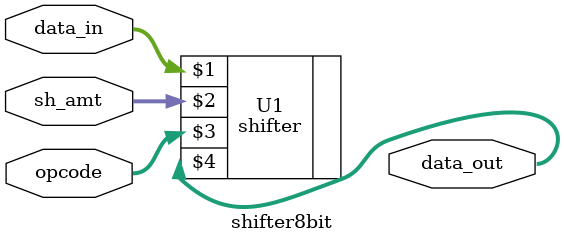
<source format=v>
module shifter8bit(
	input [7:0] data_in,
	input [2:0] sh_amt,
	input [1:0] opcode,
	output [7:0] data_out
);

shifter U1(data_in, sh_amt, opcode, data_out);

endmodule
</source>
